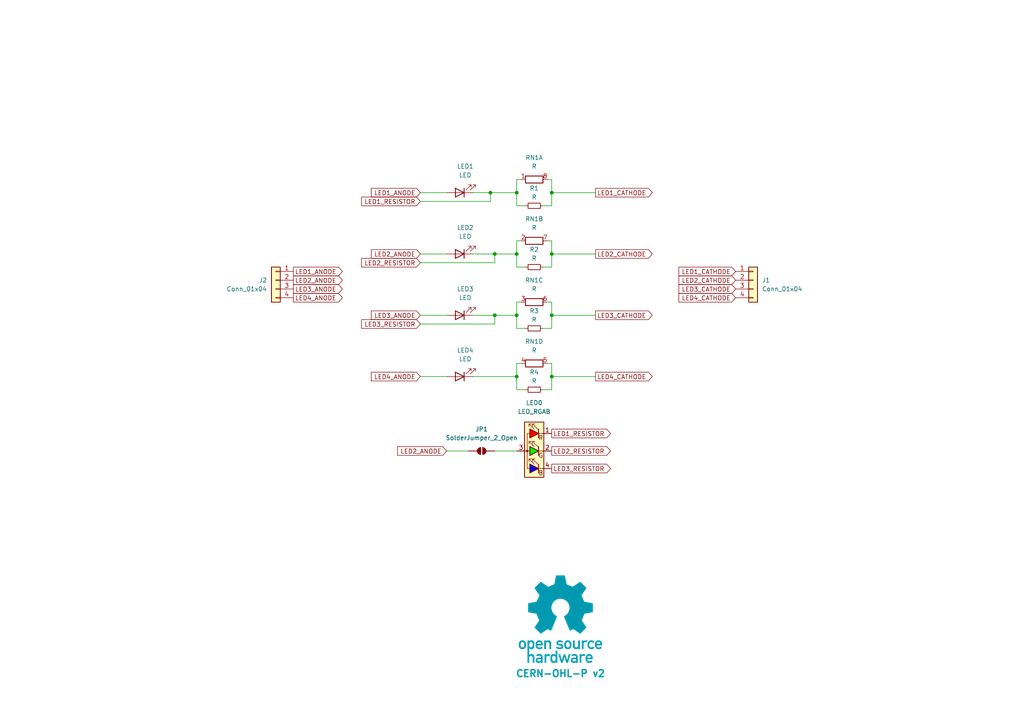
<source format=kicad_sch>
(kicad_sch (version 20231120) (generator "eeschema") (generator_version "8.0")
  (paper "A4")
  (title_block (title "LED Jig") (date "2024-03-23"))
  (lib_symbols
    (symbol "Connector_Generic:Conn_01x04" (pin_names (offset 1.016) hide)
      (property "Reference" "J" (at 0 5.08 0))
      (property "Value" "Conn_01x04" (at 0 -7.62 0))
      (symbol "Conn_01x04_1_1"
        (rectangle (start -1.27 -4.953) (end 0 -5.207) (stroke (width 0.1524)))
        (rectangle (start -1.27 -2.413) (end 0 -2.667) (stroke (width 0.1524)))
        (rectangle (start -1.27 0.127) (end 0 -0.127) (stroke (width 0.1524)))
        (rectangle (start -1.27 2.667) (end 0 2.413) (stroke (width 0.1524)))
        (rectangle (start -1.27 3.81) (end 1.27 -6.35) (stroke (width 0.254)) (fill (type background)))
        (pin passive line (at -5.08 2.54 0) (length 3.81) (name "Pin_1") (number "1"))
        (pin passive line (at -5.08 0 0) (length 3.81) (name "Pin_2") (number "2"))
        (pin passive line (at -5.08 -2.54 0) (length 3.81) (name "Pin_3") (number "3"))
        (pin passive line (at -5.08 -5.08 0) (length 3.81) (name "Pin_4") (number "4"))
      )
    )
    (symbol "Device:LED" (pin_numbers hide) (pin_names (offset 1.016) hide)
      (property "Reference" "D" (at 0 2.54 0))
      (property "Value" "LED" (at 0 -2.54 0))
      (symbol "LED_0_1"
        (polyline (pts (xy -1.27 -1.27) (xy -1.27 1.27)) (stroke (width 0.254)))
        (polyline (pts (xy -1.27 0) (xy 1.27 0)))
        (polyline (pts (xy 1.27 -1.27) (xy 1.27 1.27) (xy -1.27 0) (xy 1.27 -1.27)) (stroke (width 0.254)))
        (polyline (pts (xy -3.048 -0.762) (xy -4.572 -2.286) (xy -3.81 -2.286) (xy -4.572 -2.286) (xy -4.572 -1.524)))
        (polyline (pts (xy -1.778 -0.762) (xy -3.302 -2.286) (xy -2.54 -2.286) (xy -3.302 -2.286) (xy -3.302 -1.524)))
      )
      (symbol "LED_1_1"
        (pin passive line (at -3.81 0 0) (length 2.54) (name "K") (number "1"))
        (pin passive line (at 3.81 0 180) (length 2.54) (name "A") (number "2"))
      )
    )
    (symbol "Device:R_Pack04_Split" (pin_names (offset 0) hide)
      (property "Reference" "RN" (at 2.032 0 90))
      (property "Value" "R_Pack04_Split" (at 0 0 90))
      (symbol "R_Pack04_Split_0_1"
        (rectangle (start 1.016 2.54) (end -1.016 -2.54) (stroke (width 0.254)))
      )
      (symbol "R_Pack04_Split_1_1"
        (pin passive line (at 0 -3.81 90) (length 1.27) (name "R1.1") (number "1"))
        (pin passive line (at 0 3.81 270) (length 1.27) (name "R1.2") (number "8"))
      )
      (symbol "R_Pack04_Split_2_1"
        (pin passive line (at 0 -3.81 90) (length 1.27) (name "R2.1") (number "2"))
        (pin passive line (at 0 3.81 270) (length 1.27) (name "R2.2") (number "7"))
      )
      (symbol "R_Pack04_Split_3_1"
        (pin passive line (at 0 -3.81 90) (length 1.27) (name "R3.1") (number "3"))
        (pin passive line (at 0 3.81 270) (length 1.27) (name "R3.2") (number "6"))
      )
      (symbol "R_Pack04_Split_4_1"
        (pin passive line (at 0 -3.81 90) (length 1.27) (name "R4.1") (number "4"))
        (pin passive line (at 0 3.81 270) (length 1.27) (name "R4.2") (number "5"))
      )
    )
    (symbol "Device:R_Small" (pin_numbers hide) (pin_names (offset 0.254) hide)
      (property "Reference" "R" (at 0.762 0.508 0))
      (property "Value" "R_Small" (at 0.762 -1.016 0))
      (symbol "R_Small_0_1"
        (rectangle (start -0.762 1.778) (end 0.762 -1.778) (stroke (width 0.2032)))
      )
      (symbol "R_Small_1_1"
        (pin passive line (at 0 2.54 270) (length 0.762) (name "~") (number "1"))
        (pin passive line (at 0 -2.54 90) (length 0.762) (name "~") (number "2"))
      )
    )
    (symbol "Jumper:SolderJumper_2_Open" (pin_numbers hide) (pin_names (offset 0) hide) (exclude_from_sim yes) (in_bom no)
      (property "Reference" "JP" (at 0 2.032 0))
      (property "Value" "SolderJumper_2_Open" (at 0 -2.54 0))
      (symbol "SolderJumper_2_Open_0_1"
        (arc (start -0.254 1.016) (mid -1.2656 0) (end -0.254 -1.016))
        (arc (start -0.254 1.016) (mid -1.2656 0) (end -0.254 -1.016) (fill (type outline)))
        (polyline (pts (xy -0.254 1.016) (xy -0.254 -1.016)))
        (polyline (pts (xy 0.254 1.016) (xy 0.254 -1.016)))
        (arc (start 0.254 -1.016) (mid 1.2656 0) (end 0.254 1.016))
        (arc (start 0.254 -1.016) (mid 1.2656 0) (end 0.254 1.016) (fill (type outline)))
      )
      (symbol "SolderJumper_2_Open_1_1"
        (pin passive line (at -3.81 0 0) (length 2.54) (name "A") (number "1"))
        (pin passive line (at 3.81 0 180) (length 2.54) (name "B") (number "2"))
      )
    )
    (symbol "lcsc:XL-2012RGBC" (pin_names (offset 0) hide)
      (property "Reference" "D" (at 0 9.398 0))
      (property "Value" "LED_RGAB" (at 0 -8.89 0))
      (symbol "XL-2012RGBC_0_0"
        (text "B" (at -1.905 -6.35 0) (effects (font (size 1.27 1.27))))
        (text "G" (at -1.905 -1.27 0) (effects (font (size 1.27 1.27))))
        (text "R" (at -1.905 3.81 0) (effects (font (size 1.27 1.27))))
      )
      (symbol "XL-2012RGBC_0_1"
        (rectangle (start -2.794 8.382) (end 2.794 -7.62) (stroke (width 0.254)) (fill (type background)))
        (polyline (pts (xy -1.27 -5.08) (xy -2.54 -5.08)))
        (polyline (pts (xy -1.27 -3.81) (xy -1.27 -6.35)) (stroke (width 0.254)))
        (polyline (pts (xy -1.27 0) (xy -2.54 0)))
        (polyline (pts (xy -1.27 1.27) (xy -1.27 -1.27)) (stroke (width 0.254)))
        (polyline (pts (xy -1.27 5.08) (xy -2.54 5.08)))
        (polyline (pts (xy -1.27 6.35) (xy -1.27 3.81)) (stroke (width 0.254)))
        (polyline (pts (xy 1.27 0) (xy 2.54 0)))
        (polyline (pts (xy -1.27 1.27) (xy -1.27 -1.27) (xy -1.27 -1.27)))
        (polyline (pts (xy -1.27 6.35) (xy -1.27 3.81) (xy -1.27 3.81)))
        (polyline (pts (xy 1.27 -5.08) (xy 2.032 -5.08) (xy 2.032 5.08) (xy 1.27 5.08)))
        (polyline (pts (xy -1.016 -3.81) (xy 0.508 -2.286) (xy -0.254 -2.286) (xy 0.508 -2.286) (xy 0.508 -3.048)))
        (polyline (pts (xy -1.016 1.27) (xy 0.508 2.794) (xy -0.254 2.794) (xy 0.508 2.794) (xy 0.508 2.032)))
        (polyline (pts (xy -1.016 6.35) (xy 0.508 7.874) (xy -0.254 7.874) (xy 0.508 7.874) (xy 0.508 7.112)))
        (polyline (pts (xy 0 -3.81) (xy 1.524 -2.286) (xy 0.762 -2.286) (xy 1.524 -2.286) (xy 1.524 -3.048)))
        (polyline (pts (xy 0 1.27) (xy 1.524 2.794) (xy 0.762 2.794) (xy 1.524 2.794) (xy 1.524 2.032)))
        (polyline (pts (xy 0 6.35) (xy 1.524 7.874) (xy 0.762 7.874) (xy 1.524 7.874) (xy 1.524 7.112)))
        (rectangle (start 1.27 -1.27) (end 1.27 1.27))
        (rectangle (start 1.27 1.27) (end 1.27 1.27))
        (rectangle (start 1.27 3.81) (end 1.27 6.35))
        (rectangle (start 1.27 6.35) (end 1.27 6.35))
        (circle (center 2.032 0) (radius 0.254) (fill (type outline)))
      )
      (symbol "XL-2012RGBC_1_1"
        (polyline (pts (xy 1.27 -3.81) (xy 1.27 -6.35) (xy -1.27 -5.08) (xy 1.27 -3.81)) (stroke (width 0.254)) (fill (type color) (color 0 0 255 1)))
        (polyline (pts (xy 1.27 1.27) (xy 1.27 -1.27) (xy -1.27 0) (xy 1.27 1.27)) (stroke (width 0.254)) (fill (type color) (color 0 255 0 1)))
        (polyline (pts (xy 1.27 6.35) (xy 1.27 3.81) (xy -1.27 5.08) (xy 1.27 6.35)) (stroke (width 0.254)) (fill (type color) (color 255 0 0 1)))
        (pin passive line (at -5.08 5.08 0) (length 2.54) (name "RK") (number "1"))
        (pin passive line (at -5.08 0 0) (length 2.54) (name "GK") (number "2"))
        (pin passive line (at 5.08 0 180) (length 2.54) (name "A") (number "3"))
        (pin passive line (at -5.08 -5.08 0) (length 2.54) (name "BK") (number "4"))
      )
    )
  )
  (junction (at 160.02 55.88))
  (junction (at 160.02 73.66))
  (junction (at 149.86 73.66))
  (junction (at 142.24 55.88))
  (junction (at 143.51 91.44))
  (junction (at 160.02 91.44))
  (junction (at 160.02 109.22))
  (junction (at 149.86 109.22))
  (junction (at 149.86 91.44))
  (junction (at 149.86 55.88))
  (junction (at 143.51 73.66))
  (wire (pts (xy 160.02 87.63) (xy 160.02 91.44)))
  (wire (pts (xy 129.54 73.66) (xy 121.92 73.66)))
  (wire (pts (xy 143.51 93.98) (xy 143.51 91.44)))
  (wire (pts (xy 157.48 59.69) (xy 160.02 59.69)))
  (wire (pts (xy 129.54 91.44) (xy 121.92 91.44)))
  (wire (pts (xy 143.51 73.66) (xy 137.16 73.66)))
  (wire (pts (xy 160.02 91.44) (xy 172.72 91.44)))
  (wire (pts (xy 149.86 113.03) (xy 149.86 109.22)))
  (wire (pts (xy 121.92 93.98) (xy 143.51 93.98)))
  (wire (pts (xy 157.48 95.25) (xy 160.02 95.25)))
  (wire (pts (xy 149.86 91.44) (xy 143.51 91.44)))
  (wire (pts (xy 158.75 69.85) (xy 160.02 69.85)))
  (wire (pts (xy 160.02 109.22) (xy 172.72 109.22)))
  (wire (pts (xy 157.48 77.47) (xy 160.02 77.47)))
  (wire (pts (xy 158.75 105.41) (xy 160.02 105.41)))
  (wire (pts (xy 149.86 52.07) (xy 151.13 52.07)))
  (wire (pts (xy 143.51 130.81) (xy 149.86 130.81)))
  (wire (pts (xy 152.4 95.25) (xy 149.86 95.25)))
  (wire (pts (xy 160.02 77.47) (xy 160.02 73.66)))
  (wire (pts (xy 149.86 69.85) (xy 149.86 73.66)))
  (wire (pts (xy 149.86 95.25) (xy 149.86 91.44)))
  (wire (pts (xy 142.24 58.42) (xy 142.24 55.88)))
  (wire (pts (xy 160.02 95.25) (xy 160.02 91.44)))
  (wire (pts (xy 160.02 59.69) (xy 160.02 55.88)))
  (wire (pts (xy 143.51 91.44) (xy 137.16 91.44)))
  (wire (pts (xy 142.24 55.88) (xy 137.16 55.88)))
  (wire (pts (xy 149.86 73.66) (xy 143.51 73.66)))
  (wire (pts (xy 149.86 109.22) (xy 137.16 109.22)))
  (wire (pts (xy 160.02 52.07) (xy 160.02 55.88)))
  (wire (pts (xy 158.75 52.07) (xy 160.02 52.07)))
  (wire (pts (xy 149.86 87.63) (xy 149.86 91.44)))
  (wire (pts (xy 158.75 87.63) (xy 160.02 87.63)))
  (wire (pts (xy 129.54 130.81) (xy 135.89 130.81)))
  (wire (pts (xy 152.4 59.69) (xy 149.86 59.69)))
  (wire (pts (xy 149.86 55.88) (xy 142.24 55.88)))
  (wire (pts (xy 149.86 105.41) (xy 149.86 109.22)))
  (wire (pts (xy 149.86 105.41) (xy 151.13 105.41)))
  (wire (pts (xy 160.02 69.85) (xy 160.02 73.66)))
  (wire (pts (xy 149.86 55.88) (xy 149.86 59.69)))
  (wire (pts (xy 160.02 105.41) (xy 160.02 109.22)))
  (wire (pts (xy 129.54 55.88) (xy 121.92 55.88)))
  (wire (pts (xy 152.4 113.03) (xy 149.86 113.03)))
  (wire (pts (xy 160.02 73.66) (xy 172.72 73.66)))
  (wire (pts (xy 149.86 69.85) (xy 151.13 69.85)))
  (wire (pts (xy 157.48 113.03) (xy 160.02 113.03)))
  (wire (pts (xy 149.86 87.63) (xy 151.13 87.63)))
  (wire (pts (xy 152.4 77.47) (xy 149.86 77.47)))
  (wire (pts (xy 143.51 76.2) (xy 143.51 73.66)))
  (wire (pts (xy 160.02 55.88) (xy 172.72 55.88)))
  (wire (pts (xy 129.54 109.22) (xy 121.92 109.22)))
  (wire (pts (xy 121.92 76.2) (xy 143.51 76.2)))
  (wire (pts (xy 149.86 77.47) (xy 149.86 73.66)))
  (wire (pts (xy 160.02 113.03) (xy 160.02 109.22)))
  (wire (pts (xy 121.92 58.42) (xy 142.24 58.42)))
  (wire (pts (xy 149.86 52.07) (xy 149.86 55.88)))
  (image (at 162.56 179.578) (scale 0.37481))
  (text "CERN-OHL-P v2" (at 162.56 195.58 0) (effects (font (size 2 2) (thickness 0.4) (bold yes))))
  (global_label "LED2_CATHODE" (shape output) (at 172.72 73.66 0) (property "Intersheetrefs" "${INTERSHEET_REFS}" (effects (hide yes))))
  (global_label "LED2_ANODE" (shape input) (at 129.54 130.81 180) (property "Intersheetrefs" "${INTERSHEET_REFS}" (effects (hide yes))))
  (global_label "LED2_RESISTOR" (shape input) (at 121.92 76.2 180) (property "Intersheetrefs" "${INTERSHEET_REFS}" (effects (hide yes))))
  (global_label "LED2_ANODE" (shape output) (at 85.09 81.28 0) (property "Intersheetrefs" "${INTERSHEET_REFS}" (effects (hide yes))))
  (global_label "LED4_ANODE" (shape input) (at 121.92 109.22 180) (property "Intersheetrefs" "${INTERSHEET_REFS}" (effects (hide yes))))
  (global_label "LED4_CATHODE" (shape output) (at 172.72 109.22 0) (property "Intersheetrefs" "${INTERSHEET_REFS}" (effects (hide yes))))
  (global_label "LED1_RESISTOR" (shape output) (at 160.02 125.73 0) (property "Intersheetrefs" "${INTERSHEET_REFS}" (effects (hide yes))))
  (global_label "LED3_RESISTOR" (shape input) (at 121.92 93.98 180) (property "Intersheetrefs" "${INTERSHEET_REFS}" (effects (hide yes))))
  (global_label "LED1_RESISTOR" (shape input) (at 121.92 58.42 180) (property "Intersheetrefs" "${INTERSHEET_REFS}" (effects (hide yes))))
  (global_label "LED2_ANODE" (shape input) (at 121.92 73.66 180) (property "Intersheetrefs" "${INTERSHEET_REFS}" (effects (hide yes))))
  (global_label "LED1_CATHODE" (shape input) (at 213.36 78.74 180) (property "Intersheetrefs" "${INTERSHEET_REFS}" (effects (hide yes))))
  (global_label "LED4_ANODE" (shape output) (at 85.09 86.36 0) (property "Intersheetrefs" "${INTERSHEET_REFS}" (effects (hide yes))))
  (global_label "LED3_ANODE" (shape output) (at 85.09 83.82 0) (property "Intersheetrefs" "${INTERSHEET_REFS}" (effects (hide yes))))
  (global_label "LED2_CATHODE" (shape input) (at 213.36 81.28 180) (property "Intersheetrefs" "${INTERSHEET_REFS}" (effects (hide yes))))
  (global_label "LED1_ANODE" (shape input) (at 121.92 55.88 180) (property "Intersheetrefs" "${INTERSHEET_REFS}" (effects (hide yes))))
  (global_label "LED3_CATHODE" (shape input) (at 213.36 83.82 180) (property "Intersheetrefs" "${INTERSHEET_REFS}" (effects (hide yes))))
  (global_label "LED4_CATHODE" (shape input) (at 213.36 86.36 180) (property "Intersheetrefs" "${INTERSHEET_REFS}" (effects (hide yes))))
  (global_label "LED3_CATHODE" (shape output) (at 172.72 91.44 0) (property "Intersheetrefs" "${INTERSHEET_REFS}" (effects (hide yes))))
  (global_label "LED3_RESISTOR" (shape output) (at 160.02 135.89 0) (property "Intersheetrefs" "${INTERSHEET_REFS}" (effects (hide yes))))
  (global_label "LED1_CATHODE" (shape output) (at 172.72 55.88 0) (property "Intersheetrefs" "${INTERSHEET_REFS}" (effects (hide yes))))
  (global_label "LED1_ANODE" (shape output) (at 85.09 78.74 0) (property "Intersheetrefs" "${INTERSHEET_REFS}" (effects (hide yes))))
  (global_label "LED2_RESISTOR" (shape output) (at 160.02 130.81 0) (property "Intersheetrefs" "${INTERSHEET_REFS}" (effects (hide yes))))
  (global_label "LED3_ANODE" (shape input) (at 121.92 91.44 180) (property "Intersheetrefs" "${INTERSHEET_REFS}" (effects (hide yes))))
  (symbol (lib_id "Device:LED") (at 133.35 91.44 180) (unit 1)
    (property "Reference" "LED3" (at 134.9375 83.82 0))
    (property "Value" "LED" (at 134.9375 86.36 0))
    (property "Footprint" "custom:LED_0805_2012Metric_Pad1.15x1.40mm_HandSolder_simple" (effects (hide yes)))
    (property "Description" "Light emitting diode" (effects (hide yes)))
  )
  (symbol (lib_id "Device:LED") (at 133.35 109.22 180) (unit 1)
    (property "Reference" "LED4" (at 134.9375 101.6 0))
    (property "Value" "LED" (at 134.9375 104.14 0))
    (property "Footprint" "custom:LED_0805_2012Metric_Pad1.15x1.40mm_HandSolder_simple" (effects (hide yes)))
    (property "Description" "Light emitting diode" (effects (hide yes)))
  )
  (symbol (lib_id "Device:R_Small") (at 154.94 113.03 90) (unit 1)
    (property "Reference" "R4" (at 154.94 107.95 90))
    (property "Value" "R" (at 154.94 110.49 90))
    (property "Footprint" "Resistor_SMD:R_0805_2012Metric_Pad1.20x1.40mm_HandSolder" (effects (hide yes)))
    (property "Description" "Resistor, small symbol" (effects (hide yes)))
  )
  (symbol (lib_id "Device:LED") (at 133.35 55.88 180) (unit 1)
    (property "Reference" "LED1" (at 134.9375 48.26 0))
    (property "Value" "LED" (at 134.9375 50.8 0))
    (property "Footprint" "custom:LED_0805_2012Metric_Pad1.15x1.40mm_HandSolder_simple" (effects (hide yes)))
    (property "Description" "Light emitting diode" (effects (hide yes)))
  )
  (symbol (lib_id "Jumper:SolderJumper_2_Open") (at 139.7 130.81 0) (unit 1) (exclude_from_sim yes) (in_bom no)
    (property "Reference" "JP1" (at 139.7 124.46 0))
    (property "Value" "SolderJumper_2_Open" (at 139.7 127 0))
    (property "Footprint" "Jumper:SolderJumper-2_P1.3mm_Open_TrianglePad1.0x1.5mm" (effects (hide yes)))
    (property "Description" "Solder Jumper, 2-pole, open" (effects (hide yes)))
  )
  (symbol (lib_id "Device:R_Pack04_Split") (at 154.94 69.85 270) (unit 2)
    (property "Reference" "RN1" (at 154.94 63.5 90))
    (property "Value" "R" (at 154.94 66.04 90))
    (property "Footprint" "Resistor_SMD:R_Array_Convex_4x0603" (effects (hide yes)))
    (property "Description" "4 resistor network, parallel topology, split" (effects (hide yes)))
  )
  (symbol (lib_id "Device:R_Pack04_Split") (at 154.94 87.63 270) (unit 3)
    (property "Reference" "RN1" (at 154.94 81.28 90))
    (property "Value" "R" (at 154.94 83.82 90))
    (property "Footprint" "Resistor_SMD:R_Array_Convex_4x0603" (effects (hide yes)))
    (property "Description" "4 resistor network, parallel topology, split" (effects (hide yes)))
  )
  (symbol (lib_id "Device:R_Small") (at 154.94 59.69 90) (unit 1)
    (property "Reference" "R1" (at 154.94 54.61 90))
    (property "Value" "R" (at 154.94 57.15 90))
    (property "Footprint" "Resistor_SMD:R_0805_2012Metric_Pad1.20x1.40mm_HandSolder" (effects (hide yes)))
    (property "Description" "Resistor, small symbol" (effects (hide yes)))
  )
  (symbol (lib_id "Device:R_Small") (at 154.94 95.25 90) (unit 1)
    (property "Reference" "R3" (at 154.94 90.17 90))
    (property "Value" "R" (at 154.94 92.71 90))
    (property "Footprint" "Resistor_SMD:R_0805_2012Metric_Pad1.20x1.40mm_HandSolder" (effects (hide yes)))
    (property "Description" "Resistor, small symbol" (effects (hide yes)))
  )
  (symbol (lib_id "Device:LED") (at 133.35 73.66 180) (unit 1)
    (property "Reference" "LED2" (at 134.9375 66.04 0))
    (property "Value" "LED" (at 134.9375 68.58 0))
    (property "Footprint" "custom:LED_0805_2012Metric_Pad1.15x1.40mm_HandSolder_simple" (effects (hide yes)))
    (property "Description" "Light emitting diode" (effects (hide yes)))
  )
  (symbol (lib_id "Device:R_Small") (at 154.94 77.47 90) (unit 1)
    (property "Reference" "R2" (at 154.94 72.39 90))
    (property "Value" "R" (at 154.94 74.93 90))
    (property "Footprint" "Resistor_SMD:R_0805_2012Metric_Pad1.20x1.40mm_HandSolder" (effects (hide yes)))
    (property "Description" "Resistor, small symbol" (effects (hide yes)))
  )
  (symbol (lib_id "Device:R_Pack04_Split") (at 154.94 52.07 270) (unit 1)
    (property "Reference" "RN1" (at 154.94 45.72 90))
    (property "Value" "R" (at 154.94 48.26 90))
    (property "Footprint" "Resistor_SMD:R_Array_Convex_4x0603" (effects (hide yes)))
    (property "Description" "4 resistor network, parallel topology, split" (effects (hide yes)))
  )
  (symbol (lib_id "Device:R_Pack04_Split") (at 154.94 105.41 270) (unit 4)
    (property "Reference" "RN1" (at 154.94 99.06 90))
    (property "Value" "R" (at 154.94 101.6 90))
    (property "Footprint" "Resistor_SMD:R_Array_Convex_4x0603" (effects (hide yes)))
    (property "Description" "4 resistor network, parallel topology, split" (effects (hide yes)))
  )
  (symbol (lib_id "lcsc:XL-2012RGBC") (at 154.94 130.81 0) (mirror y) (unit 1)
    (property "Reference" "LED0" (at 154.94 116.84 0))
    (property "Value" "LED_RGAB" (at 154.94 119.38 0))
    (property "Footprint" "lcsc:LED-ARRAY-SMD_4P-L2.0-W1.3-BR_HandSolder" (effects (hide yes)))
    (property "Datasheet" "https://www.lcsc.com/datasheet/lcsc_datasheet_2211030000_XINGLIGHT-XL-2012RGBC_C965848.pdf" (effects (hide yes)))
    (property "Description" "RGB LED, red/green/anode/blue" (effects (hide yes)))
    (property "LCSC Part" "C965848" (effects (hide yes)))
  )
  (symbol (lib_id "Connector_Generic:Conn_01x04") (at 80.01 81.28 0) (mirror y) (unit 1)
    (property "Reference" "J2" (at 77.47 81.2799 0) (effects (justify left)))
    (property "Value" "Conn_01x04" (at 77.47 83.8199 0) (effects (justify left)))
    (property "Footprint" "custom:PinHeader_1x04_P2.54mm_Vertical_simple" (effects (hide yes)))
    (property "Description" "Generic connector, single row, 01x04, script generated (kicad-library-utils/schlib/autogen/connector/)" (effects (hide yes)))
  )
  (symbol (lib_id "Connector_Generic:Conn_01x04") (at 218.44 81.28 0) (unit 1)
    (property "Reference" "J1" (at 220.98 81.2799 0) (effects (justify left)))
    (property "Value" "Conn_01x04" (at 220.98 83.8199 0) (effects (justify left)))
    (property "Footprint" "custom:PinHeader_1x04_P2.54mm_Vertical_simple" (effects (hide yes)))
    (property "Description" "Generic connector, single row, 01x04, script generated (kicad-library-utils/schlib/autogen/connector/)" (effects (hide yes)))
  )
)
</source>
